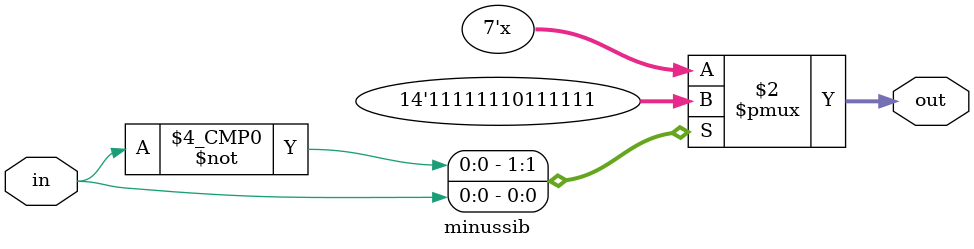
<source format=v>
module minussib(in, out);
	input in;
	output reg [6:0] out;
	
always @(*) begin
	case(in)
		4'b0000:out=7'b1111111;
		4'b0001:out=7'b0111111;
		default:out=7'b1111111;
	endcase
end
endmodule 
</source>
